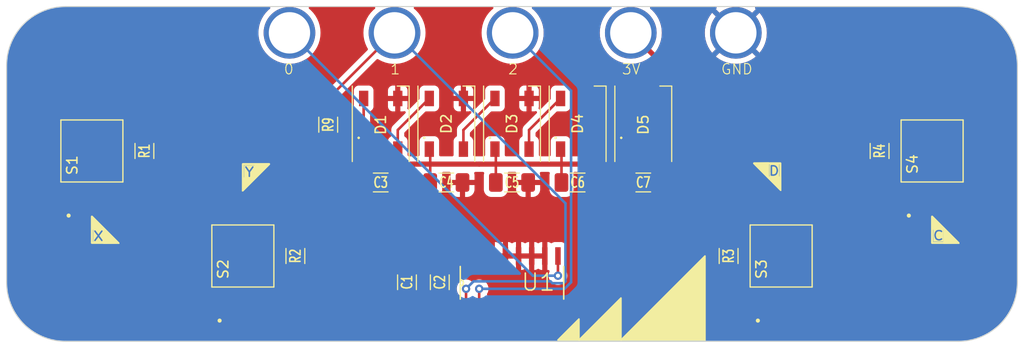
<source format=kicad_pcb>
(kicad_pcb (version 20221018) (generator pcbnew)
  (layers (0 "F.Cu" signal) (31 "B.Cu" signal) (34 "B.Paste" user) (35 "F.Paste" user) (36 "B.SilkS" user "B.Silkscreen") (37 "F.SilkS" user "F.Silkscreen") (38 "B.Mask" user) (39 "F.Mask" user) (44 "Edge.Cuts" user))
  (net 0 "")
  (net 1 "GND")
  (net 2 "+3V0")
  (net 3 "Net-(D1-DOUT)")
  (net 4 "Net-(D1-DIN)")
  (net 5 "Net-(D2-DOUT)")
  (net 6 "Net-(D3-DOUT)")
  (net 7 "Net-(D4-DOUT)")
  (net 8 "Net-(R1-Pad1)")
  (net 9 "Net-(R2-Pad1)")
  (net 10 "Net-(R3-Pad1)")
  (net 11 "Net-(R4-Pad1)")
  (net 12 "PL{slash}DATA")
  (net 13 "SER")
  (net 14 "CLK")
  (net 15 "BTN1")
  (net 17 "BTN2")
  (net 19 "BTN3")
  (net 21 "BTN4")
  (footprint "LED_SMD:LED_WS2812B_PLCC4_5.0x5.0mm_P3.2mm" (layer "F.Cu") (at 137.795 88.8122 90)
    (fp_text reference "D1" (at -0.09 0 90) (layer "F.SilkS"))
    (fp_text value "WS2812B" hide)
    (fp_text user "." (at -1.3578 -2.54 90) (layer "F.SilkS"))
    (fp_line (start -3.65 -2.75) (end 3.65 -2.75) (stroke (width 0.12)) (layer "F.SilkS"))
    (fp_line (start -3.65 2.75) (end 3.65 2.75) (stroke (width 0.12)) (layer "F.SilkS"))
    (fp_line (start 3.65 2.75) (end 3.65 1.6) (stroke (width 0.12)) (layer "F.SilkS"))
    (pad "1" smd rect (at -2.45 -1.65 90) (size 1.5 0.9) (layers "F.Cu" "F.Paste" "F.Mask") (net 2 "+3V0"))
    (pad "2" smd rect (at -2.45 1.65 90) (size 1.5 0.9) (layers "F.Cu" "F.Paste" "F.Mask") (net 3 "Net-(D1-DOUT)"))
    (pad "3" smd rect (at 2.45 1.65 90) (size 1.5 0.9) (layers "F.Cu" "F.Paste" "F.Mask") (net 1 "GND"))
    (pad "4" smd rect (at 2.45 -1.65 90) (size 1.5 0.9) (layers "F.Cu" "F.Paste" "F.Mask") (net 4 "Net-(D1-DIN)"))
  )
  (footprint "TS-1002S:SW_TS04-66-95-BK-100-SMT" (layer "F.Cu") (at 176.53 101.6 90)
    (fp_text reference "S3" (at -1.27 -1.905 90) (layer "F.SilkS"))
    (fp_text value "TS04-66-95-BK-100-SMT" hide)
    (fp_line (start -3 -3) (end -3 3) (stroke (width 0.127)) (layer "F.SilkS"))
    (fp_line (start -3 3) (end 3 3) (stroke (width 0.127)) (layer "F.SilkS"))
    (fp_line (start 3 -3) (end -3 -3) (stroke (width 0.127)) (layer "F.SilkS"))
    (fp_line (start 3 3) (end 3 -3) (stroke (width 0.127)) (layer "F.SilkS"))
    (fp_circle (center -6.25 -2.25) (end -6.15 -2.25) (stroke (width 0.2)) (fill none) (layer "F.SilkS"))
    (pad "1" smd rect (at -4.55 -2.25 90) (size 2.1 1.4) (layers "F.Cu" "F.Paste" "F.Mask"))
    (pad "2" smd rect (at -4.55 2.25 90) (size 2.1 1.4) (layers "F.Cu" "F.Paste" "F.Mask") (net 19 "BTN3"))
    (pad "3" smd rect (at 4.55 -2.25 90) (size 2.1 1.4) (layers "F.Cu" "F.Paste" "F.Mask") (net 2 "+3V0"))
    (pad "4" smd rect (at 4.55 2.25 90) (size 2.1 1.4) (layers "F.Cu" "F.Paste" "F.Mask") (net 10 "Net-(R3-Pad1)"))
  )
  (footprint "Capacitor_SMD:C_1206_3216Metric_Pad1.33x1.80mm_HandSolder" (layer "F.Cu") (at 156.845 94.488)
    (fp_text reference "C6" (at 0 0) (layer "F.SilkS") (effects (font (size 1 0.7))))
    (fp_text value "0.1uF")
    (fp_line (start -0.711252 -0.91) (end 0.711252 -0.91) (stroke (width 0.12)) (layer "F.SilkS"))
    (fp_line (start -0.711252 0.91) (end 0.711252 0.91) (stroke (width 0.12)) (layer "F.SilkS"))
    (pad "1" smd roundrect (at -1.5625 0) (size 1.325 1.8) (layers "F.Cu" "F.Paste" "F.Mask") (roundrect_rratio 0.188679) (net 2 "+3V0"))
    (pad "2" smd roundrect (at 1.5625 0) (size 1.325 1.8) (layers "F.Cu" "F.Paste" "F.Mask") (roundrect_rratio 0.188679) (net 1 "GND"))
  )
  (footprint "Resistor_SMD:R_1206_3216Metric_Pad1.30x1.75mm_HandSolder" (layer "F.Cu") (at 132.715 88.9 -90)
    (fp_text reference "R9" (at 0 0 90) (layer "F.SilkS") (effects (font (size 1 0.7))))
    (fp_text value "300Ω")
    (fp_line (start -0.727064 -0.91) (end 0.727064 -0.91) (stroke (width 0.12)) (layer "F.SilkS"))
    (fp_line (start -0.727064 0.91) (end 0.727064 0.91) (stroke (width 0.12)) (layer "F.SilkS"))
    (pad "1" smd roundrect (at -1.55 0 270) (size 1.3 1.75) (layers "F.Cu" "F.Paste" "F.Mask") (roundrect_rratio 0.192308) (net 12 "PL{slash}DATA"))
    (pad "2" smd roundrect (at 1.55 0 270) (size 1.3 1.75) (layers "F.Cu" "F.Paste" "F.Mask") (roundrect_rratio 0.192308) (net 4 "Net-(D1-DIN)"))
  )
  (footprint "TS-1002S:SW_TS04-66-95-BK-100-SMT" (layer "F.Cu") (at 191.135 91.44 90)
    (fp_text reference "S4" (at -1.27 -1.905 90) (layer "F.SilkS"))
    (fp_text value "TS04-66-95-BK-100-SMT" hide)
    (fp_line (start -3 -3) (end -3 3) (stroke (width 0.127)) (layer "F.SilkS"))
    (fp_line (start -3 3) (end 3 3) (stroke (width 0.127)) (layer "F.SilkS"))
    (fp_line (start 3 -3) (end -3 -3) (stroke (width 0.127)) (layer "F.SilkS"))
    (fp_line (start 3 3) (end 3 -3) (stroke (width 0.127)) (layer "F.SilkS"))
    (fp_circle (center -6.25 -2.25) (end -6.15 -2.25) (stroke (width 0.2)) (fill none) (layer "F.SilkS"))
    (pad "1" smd rect (at -4.55 -2.25 90) (size 2.1 1.4) (layers "F.Cu" "F.Paste" "F.Mask"))
    (pad "2" smd rect (at -4.55 2.25 90) (size 2.1 1.4) (layers "F.Cu" "F.Paste" "F.Mask") (net 21 "BTN4"))
    (pad "3" smd rect (at 4.55 -2.25 90) (size 2.1 1.4) (layers "F.Cu" "F.Paste" "F.Mask") (net 2 "+3V0"))
    (pad "4" smd rect (at 4.55 2.25 90) (size 2.1 1.4) (layers "F.Cu" "F.Paste" "F.Mask") (net 11 "Net-(R4-Pad1)"))
  )
  (footprint "TS-1002S:SW_TS04-66-95-BK-100-SMT" (layer "F.Cu") (at 109.855 91.44 90)
    (fp_text reference "S1" (at -1.375 -1.905 90) (layer "F.SilkS"))
    (fp_text value "TS04-66-95-BK-100-SMT" hide)
    (fp_line (start -3 -3) (end -3 3) (stroke (width 0.127)) (layer "F.SilkS"))
    (fp_line (start -3 3) (end 3 3) (stroke (width 0.127)) (layer "F.SilkS"))
    (fp_line (start 3 -3) (end -3 -3) (stroke (width 0.127)) (layer "F.SilkS"))
    (fp_line (start 3 3) (end 3 -3) (stroke (width 0.127)) (layer "F.SilkS"))
    (fp_circle (center -6.25 -2.25) (end -6.15 -2.25) (stroke (width 0.2)) (fill none) (layer "F.SilkS"))
    (pad "1" smd rect (at -4.55 -2.25 90) (size 2.1 1.4) (layers "F.Cu" "F.Paste" "F.Mask"))
    (pad "2" smd rect (at -4.55 2.25 90) (size 2.1 1.4) (layers "F.Cu" "F.Paste" "F.Mask") (net 15 "BTN1"))
    (pad "3" smd rect (at 4.55 -2.25 90) (size 2.1 1.4) (layers "F.Cu" "F.Paste" "F.Mask") (net 2 "+3V0"))
    (pad "4" smd rect (at 4.55 2.25 90) (size 2.1 1.4) (layers "F.Cu" "F.Paste" "F.Mask") (net 8 "Net-(R1-Pad1)"))
  )
  (footprint "LED_SMD:LED_WS2812B_PLCC4_5.0x5.0mm_P3.2mm" (layer "F.Cu") (at 163.195 88.81 90)
    (fp_text reference "D5" (at -0.09 0 90) (layer "F.SilkS"))
    (fp_text value "WS2812B" hide)
    (fp_text user "." (at -1.36 -2.54 90) (layer "F.SilkS"))
    (fp_line (start -3.65 -2.75) (end 3.65 -2.75) (stroke (width 0.12)) (layer "F.SilkS"))
    (fp_line (start -3.65 2.75) (end 3.65 2.75) (stroke (width 0.12)) (layer "F.SilkS"))
    (fp_line (start 3.65 2.75) (end 3.65 1.6) (stroke (width 0.12)) (layer "F.SilkS"))
    (pad "1" smd rect (at -2.45 -1.65 90) (size 1.5 0.9) (layers "F.Cu" "F.Paste" "F.Mask") (net 2 "+3V0"))
    (pad "2" smd rect (at -2.45 1.65 90) (size 1.5 0.9) (layers "F.Cu" "F.Paste" "F.Mask"))
    (pad "3" smd rect (at 2.45 1.65 90) (size 1.5 0.9) (layers "F.Cu" "F.Paste" "F.Mask") (net 1 "GND"))
    (pad "4" smd rect (at 2.45 -1.65 90) (size 1.5 0.9) (layers "F.Cu" "F.Paste" "F.Mask") (net 7 "Net-(D4-DOUT)"))
  )
  (footprint "Capacitor_SMD:C_1206_3216Metric_Pad1.33x1.80mm_HandSolder" (layer "F.Cu") (at 150.495 94.488)
    (fp_text reference "C5" (at 0 0) (layer "F.SilkS") (effects (font (size 1 0.7))))
    (fp_text value "0.1uF")
    (fp_line (start -0.711252 -0.91) (end 0.711252 -0.91) (stroke (width 0.12)) (layer "F.SilkS"))
    (fp_line (start -0.711252 0.91) (end 0.711252 0.91) (stroke (width 0.12)) (layer "F.SilkS"))
    (pad "1" smd roundrect (at -1.5625 0) (size 1.325 1.8) (layers "F.Cu" "F.Paste" "F.Mask") (roundrect_rratio 0.188679) (net 2 "+3V0"))
    (pad "2" smd roundrect (at 1.5625 0) (size 1.325 1.8) (layers "F.Cu" "F.Paste" "F.Mask") (roundrect_rratio 0.188679) (net 1 "GND"))
  )
  (footprint "Capacitor_SMD:C_1206_3216Metric_Pad1.33x1.80mm_HandSolder" (layer "F.Cu") (at 143.51 104.14 90)
    (fp_text reference "C2" (at 0 0 90) (layer "F.SilkS") (effects (font (size 1 0.7))))
    (fp_text value "1uF")
    (fp_line (start -0.711252 -0.91) (end 0.711252 -0.91) (stroke (width 0.12)) (layer "F.SilkS"))
    (fp_line (start -0.711252 0.91) (end 0.711252 0.91) (stroke (width 0.12)) (layer "F.SilkS"))
    (pad "1" smd roundrect (at -1.5625 0 90) (size 1.325 1.8) (layers "F.Cu" "F.Paste" "F.Mask") (roundrect_rratio 0.188679) (net 1 "GND"))
    (pad "2" smd roundrect (at 1.5625 0 90) (size 1.325 1.8) (layers "F.Cu" "F.Paste" "F.Mask") (roundrect_rratio 0.188679) (net 2 "+3V0"))
  )
  (footprint "74HC165:SOIC127P600X175-16N" (layer "F.Cu") (at 150.495 104.1908 90)
    (fp_text reference "U1" (at 0.0508 2.54 180) (layer "F.SilkS") (effects (font (size 1.640386 1.640386))))
    (fp_text value "74HC165D_653" hide)
    (fp_line (start -1.5748 5.0038) (end 1.5748 5.0038) (stroke (width 0.1524)) (layer "F.SilkS"))
    (fp_line (start -0.3048 -5.0038) (end -1.5748 -5.0038) (stroke (width 0.1524)) (layer "F.SilkS"))
    (fp_line (start 0.3048 -5.0038) (end -0.3048 -5.0038) (stroke (width 0.1524)) (layer "F.SilkS"))
    (fp_line (start 1.5748 -5.0038) (end 0.3048 -5.0038) (stroke (width 0.1524)) (layer "F.SilkS"))
    (fp_arc (start 0.3048 -5.0038) (mid 0 -4.699) (end -0.3048 -5.0038) (stroke (width 0.1524)) (layer "F.SilkS"))
    (pad "1" smd rect (at -2.5908 -4.445 90) (size 1.7018 0.5334) (layers "F.Cu" "F.Paste" "F.Mask") (net 12 "PL{slash}DATA"))
    (pad "2" smd rect (at -2.5908 -3.175 90) (size 1.7018 0.5334) (layers "F.Cu" "F.Paste" "F.Mask") (net 14 "CLK"))
    (pad "3" smd rect (at -2.5908 -1.905 90) (size 1.7018 0.5334) (layers "F.Cu" "F.Paste" "F.Mask") (net 15 "BTN1"))
    (pad "4" smd rect (at -2.5908 -0.635 90) (size 1.7018 0.5334) (layers "F.Cu" "F.Paste" "F.Mask") (net 17 "BTN2"))
    (pad "5" smd rect (at -2.5908 0.635 90) (size 1.7018 0.5334) (layers "F.Cu" "F.Paste" "F.Mask") (net 19 "BTN3"))
    (pad "6" smd rect (at -2.5908 1.905 90) (size 1.7018 0.5334) (layers "F.Cu" "F.Paste" "F.Mask") (net 21 "BTN4"))
    (pad "7" smd rect (at -2.5908 3.175 90) (size 1.7018 0.5334) (layers "F.Cu" "F.Paste" "F.Mask"))
    (pad "8" smd rect (at -2.5908 4.445 90) (size 1.7018 0.5334) (layers "F.Cu" "F.Paste" "F.Mask") (net 1 "GND"))
    (pad "9" smd rect (at 2.5908 4.445 90) (size 1.7018 0.5334) (layers "F.Cu" "F.Paste" "F.Mask") (net 13 "SER"))
    (pad "10" smd rect (at 2.5908 3.175 90) (size 1.7018 0.5334) (layers "F.Cu" "F.Paste" "F.Mask") (net 1 "GND"))
    (pad "11" smd rect (at 2.5908 1.905 90) (size 1.7018 0.5334) (layers "F.Cu" "F.Paste" "F.Mask") (net 1 "GND"))
    (pad "12" smd rect (at 2.5908 0.635 90) (size 1.7018 0.5334) (layers "F.Cu" "F.Paste" "F.Mask") (net 1 "GND"))
    (pad "13" smd rect (at 2.5908 -0.635 90) (size 1.7018 0.5334) (layers "F.Cu" "F.Paste" "F.Mask") (net 1 "GND"))
    (pad "14" smd rect (at 2.5908 -1.905 90) (size 1.7018 0.5334) (layers "F.Cu" "F.Paste" "F.Mask") (net 1 "GND"))
    (pad "15" smd rect (at 2.5908 -3.175 90) (size 1.7018 0.5334) (layers "F.Cu" "F.Paste" "F.Mask") (net 1 "GND"))
    (pad "16" smd rect (at 2.5908 -4.445 90) (size 1.7018 0.5334) (layers "F.Cu" "F.Paste" "F.Mask") (net 2 "+3V0"))
  )
  (footprint "Resistor_SMD:R_1206_3216Metric_Pad1.30x1.75mm_HandSolder" (layer "F.Cu") (at 171.45 101.6 90)
    (fp_text reference "R3" (at 0 0 90) (layer "F.SilkS") (effects (font (size 1 0.7))))
    (fp_text value "100k")
    (fp_line (start -0.727064 -0.91) (end 0.727064 -0.91) (stroke (width 0.12)) (layer "F.SilkS"))
    (fp_line (start -0.727064 0.91) (end 0.727064 0.91) (stroke (width 0.12)) (layer "F.SilkS"))
    (pad "1" smd roundrect (at -1.55 0 90) (size 1.3 1.75) (layers "F.Cu" "F.Paste" "F.Mask") (roundrect_rratio 0.192308) (net 10 "Net-(R3-Pad1)"))
    (pad "2" smd roundrect (at 1.55 0 90) (size 1.3 1.75) (layers "F.Cu" "F.Paste" "F.Mask") (roundrect_rratio 0.192308) (net 1 "GND"))
  )
  (footprint "LED_SMD:LED_WS2812B_PLCC4_5.0x5.0mm_P3.2mm" (layer "F.Cu") (at 144.145 88.81 90)
    (fp_text reference "D2" (at 0 0 90) (layer "F.SilkS"))
    (fp_text value "WS2812B" hide)
    (fp_text user "." (at -1.36 -2.54 90) (layer "F.SilkS"))
    (fp_line (start -3.65 -2.75) (end 3.65 -2.75) (stroke (width 0.12)) (layer "F.SilkS"))
    (fp_line (start -3.65 2.75) (end 3.65 2.75) (stroke (width 0.12)) (layer "F.SilkS"))
    (fp_line (start 3.65 2.75) (end 3.65 1.6) (stroke (width 0.12)) (layer "F.SilkS"))
    (pad "1" smd rect (at -2.45 -1.65 90) (size 1.5 0.9) (layers "F.Cu" "F.Paste" "F.Mask") (net 2 "+3V0"))
    (pad "2" smd rect (at -2.45 1.65 90) (size 1.5 0.9) (layers "F.Cu" "F.Paste" "F.Mask") (net 5 "Net-(D2-DOUT)"))
    (pad "3" smd rect (at 2.45 1.65 90) (size 1.5 0.9) (layers "F.Cu" "F.Paste" "F.Mask") (net 1 "GND"))
    (pad "4" smd rect (at 2.45 -1.65 90) (size 1.5 0.9) (layers "F.Cu" "F.Paste" "F.Mask") (net 3 "Net-(D1-DOUT)"))
  )
  (footprint "Resistor_SMD:R_1206_3216Metric_Pad1.30x1.75mm_HandSolder" (layer "F.Cu") (at 186.055 91.44 90)
    (fp_text reference "R4" (at 0 0 90) (layer "F.SilkS") (effects (font (size 1 0.7))))
    (fp_text value "100k")
    (fp_line (start -0.727064 -0.91) (end 0.727064 -0.91) (stroke (width 0.12)) (layer "F.SilkS"))
    (fp_line (start -0.727064 0.91) (end 0.727064 0.91) (stroke (width 0.12)) (layer "F.SilkS"))
    (pad "1" smd roundrect (at -1.55 0 90) (size 1.3 1.75) (layers "F.Cu" "F.Paste" "F.Mask") (roundrect_rratio 0.192308) (net 11 "Net-(R4-Pad1)"))
    (pad "2" smd roundrect (at 1.55 0 90) (size 1.3 1.75) (layers "F.Cu" "F.Paste" "F.Mask") (roundrect_rratio 0.192308) (net 1 "GND"))
  )
  (footprint "Capacitor_SMD:C_1206_3216Metric_Pad1.33x1.80mm_HandSolder" (layer "F.Cu") (at 137.795 94.488)
    (fp_text reference "C3" (at 0 0) (layer "F.SilkS") (effects (font (size 1 0.7))))
    (fp_text value "0.1uF")
    (fp_line (start -0.711252 -0.91) (end 0.711252 -0.91) (stroke (width 0.12)) (layer "F.SilkS"))
    (fp_line (start -0.711252 0.91) (end 0.711252 0.91) (stroke (width 0.12)) (layer "F.SilkS"))
    (pad "1" smd roundrect (at -1.5625 0) (size 1.325 1.8) (layers "F.Cu" "F.Paste" "F.Mask") (roundrect_rratio 0.188679) (net 2 "+3V0"))
    (pad "2" smd roundrect (at 1.5625 0) (size 1.325 1.8) (layers "F.Cu" "F.Paste" "F.Mask") (roundrect_rratio 0.188679) (net 1 "GND"))
  )
  (footprint "Resistor_SMD:R_1206_3216Metric_Pad1.30x1.75mm_HandSolder" (layer "F.Cu") (at 114.935 91.44 90)
    (fp_text reference "R1" (at 0 0 90) (layer "F.SilkS") (effects (font (size 1 0.7))))
    (fp_text value "100k")
    (fp_line (start -0.727064 -0.91) (end 0.727064 -0.91) (stroke (width 0.12)) (layer "F.SilkS"))
    (fp_line (start -0.727064 0.91) (end 0.727064 0.91) (stroke (width 0.12)) (layer "F.SilkS"))
    (pad "1" smd roundrect (at -1.55 0 90) (size 1.3 1.75) (layers "F.Cu" "F.Paste" "F.Mask") (roundrect_rratio 0.192308) (net 8 "Net-(R1-Pad1)"))
    (pad "2" smd roundrect (at 1.55 0 90) (size 1.3 1.75) (layers "F.Cu" "F.Paste" "F.Mask") (roundrect_rratio 0.192308) (net 1 "GND"))
  )
  (footprint "Capacitor_SMD:C_1206_3216Metric_Pad1.33x1.80mm_HandSolder" (layer "F.Cu") (at 163.195 94.488)
    (fp_text reference "C7" (at 0 0) (layer "F.SilkS") (effects (font (size 1 0.7))))
    (fp_text value "0.1uF")
    (fp_line (start -0.711252 -0.91) (end 0.711252 -0.91) (stroke (width 0.12)) (layer "F.SilkS"))
    (fp_line (start -0.711252 0.91) (end 0.711252 0.91) (stroke (width 0.12)) (layer "F.SilkS"))
    (pad "1" smd roundrect (at -1.5625 0) (size 1.325 1.8) (layers "F.Cu" "F.Paste" "F.Mask") (roundrect_rratio 0.188679) (net 2 "+3V0"))
    (pad "2" smd roundrect (at 1.5625 0) (size 1.325 1.8) (layers "F.Cu" "F.Paste" "F.Mask") (roundrect_rratio 0.188679) (net 1 "GND"))
  )
  (footprint "LED_SMD:LED_WS2812B_PLCC4_5.0x5.0mm_P3.2mm" (layer "F.Cu") (at 150.495 88.81 90)
    (fp_text reference "D3" (at 0 0 90) (layer "F.SilkS"))
    (fp_text value "WS2812B" hide)
    (fp_text user "." (at -1.36 -2.54 90) (layer "F.SilkS"))
    (fp_line (start -3.65 -2.75) (end 3.65 -2.75) (stroke (width 0.12)) (layer "F.SilkS"))
    (fp_line (start -3.65 2.75) (end 3.65 2.75) (stroke (width 0.12)) (layer "F.SilkS"))
    (fp_line (start 3.65 2.75) (end 3.65 1.6) (stroke (width 0.12)) (layer "F.SilkS"))
    (pad "1" smd rect (at -2.45 -1.65 90) (size 1.5 0.9) (layers "F.Cu" "F.Paste" "F.Mask") (net 2 "+3V0"))
    (pad "2" smd rect (at -2.45 1.65 90) (size 1.5 0.9) (layers "F.Cu" "F.Paste" "F.Mask") (net 6 "Net-(D3-DOUT)"))
    (pad "3" smd rect (at 2.45 1.65 90) (size 1.5 0.9) (layers "F.Cu" "F.Paste" "F.Mask") (net 1 "GND"))
    (pad "4" smd rect (at 2.45 -1.65 90) (size 1.5 0.9) (layers "F.Cu" "F.Paste" "F.Mask") (net 5 "Net-(D2-DOUT)"))
  )
  (footprint "LED_SMD:LED_WS2812B_PLCC4_5.0x5.0mm_P3.2mm" (layer "F.Cu") (at 156.845 88.81 90)
    (fp_text reference "D4" (at 0 0 90) (layer "F.SilkS"))
    (fp_text value "WS2812B" hide)
    (fp_text user "." (at -1.36 -2.54 90) (layer "F.SilkS"))
    (fp_line (start -3.65 -2.75) (end 3.65 -2.75) (stroke (width 0.12)) (layer "F.SilkS"))
    (fp_line (start -3.65 2.75) (end 3.65 2.75) (stroke (width 0.12)) (layer "F.SilkS"))
    (fp_line (start 3.65 2.75) (end 3.65 1.6) (stroke (width 0.12)) (layer "F.SilkS"))
    (pad "1" smd rect (at -2.45 -1.65 90) (size 1.5 0.9) (layers "F.Cu" "F.Paste" "F.Mask") (net 2 "+3V0"))
    (pad "2" smd rect (at -2.45 1.65 90) (size 1.5 0.9) (layers "F.Cu" "F.Paste" "F.Mask") (net 7 "Net-(D4-DOUT)"))
    (pad "3" smd rect (at 2.45 1.65 90) (size 1.5 0.9) (layers "F.Cu" "F.Paste" "F.Mask") (net 1 "GND"))
    (pad "4" smd rect (at 2.45 -1.65 90) (size 1.5 0.9) (layers "F.Cu" "F.Paste" "F.Mask") (net 6 "Net-(D3-DOUT)"))
  )
  (footprint "Capacitor_SMD:C_1206_3216Metric_Pad1.33x1.80mm_HandSolder" (layer "F.Cu") (at 144.145 94.488)
    (fp_text reference "C4" (at 0 0) (layer "F.SilkS") (effects (font (size 1 0.7))))
    (fp_text value "0.1uF")
    (fp_line (start -0.711252 -0.91) (end 0.711252 -0.91) (stroke (width 0.12)) (layer "F.SilkS"))
    (fp_line (start -0.711252 0.91) (end 0.711252 0.91) (stroke (width 0.12)) (layer "F.SilkS"))
    (pad "1" smd roundrect (at -1.5625 0) (size 1.325 1.8) (layers "F.Cu" "F.Paste" "F.Mask") (roundrect_rratio 0.188679) (net 2 "+3V0"))
    (pad "2" smd roundrect (at 1.5625 0) (size 1.325 1.8) (layers "F.Cu" "F.Paste" "F.Mask") (roundrect_rratio 0.188679) (net 1 "GND"))
  )
  (footprint "Connector_Microbit_Edge:Edge_Connector_Rings" (layer "F.Cu") (at 150.5575 80.01)
    (fp_text reference "REF1" hide)
    (fp_text value "~" hide)
    (fp_text user "2" (at -0.5 4.1 unlocked) (layer "F.SilkS") (effects (font (thickness 0.1)) (justify left bottom)))
    (fp_text user "3V" (at 10.5 4.1 unlocked) (layer "F.SilkS") (effects (font (thickness 0.1)) (justify left bottom)))
    (fp_text user "0" (at -22.2 4.1 unlocked) (layer "F.SilkS") (effects (font (thickness 0.1)) (justify left bottom)))
    (fp_text user "1" (at -11.9 4.1 unlocked) (layer "F.SilkS") (effects (font (thickness 0.1)) (justify left bottom)))
    (fp_text user "GND" (at 20.1 4.1 unlocked) (layer "F.SilkS") (effects (font (thickness 0.1)) (justify left bottom)))
    (pad "1" thru_hole circle (at -21.59 0) (size 5 5) (drill 4) (layers "*.Cu" "*.Mask") (net 13 "SER"))
    (pad "2" thru_hole circle (at -11.43 0) (size 5 5) (drill 4) (layers "*.Cu" "*.Mask") (net 12 "PL{slash}DATA"))
    (pad "3" thru_hole circle (at 0 0) (size 5 5) (drill 4) (layers "*.Cu" "*.Mask") (net 14 "CLK"))
    (pad "4" thru_hole circle (at 11.43 0) (size 5 5) (drill 4) (layers "*.Cu" "*.Mask") (net 2 "+3V0"))
    (pad "5" thru_hole circle (at 21.59 0) (size 5 5) (drill 4) (layers "*.Cu" "*.Mask") (net 1 "GND"))
  )
  (footprint "Capacitor_SMD:C_1206_3216Metric_Pad1.33x1.80mm_HandSolder" (layer "F.Cu") (at 140.335 104.14 90)
    (fp_text reference "C1" (at 0 0 90) (layer "F.SilkS") (effects (font (size 1 0.7))))
    (fp_text value "0.1uF")
    (fp_line (start -0.711252 -0.91) (end 0.711252 -0.91) (stroke (width 0.12)) (layer "F.SilkS"))
    (fp_line (start -0.711252 0.91) (end 0.711252 0.91) (stroke (width 0.12)) (layer "F.SilkS"))
    (pad "1" smd roundrect (at -1.5625 0 90) (size 1.325 1.8) (layers "F.Cu" "F.Paste" "F.Mask") (roundrect_rratio 0.188679) (net 1 "GND"))
    (pad "2" smd roundrect (at 1.5625 0 90) (size 1.325 1.8) (layers "F.Cu" "F.Paste" "F.Mask") (roundrect_rratio 0.188679) (net 2 "+3V0"))
  )
  (footprint "Resistor_SMD:R_1206_3216Metric_Pad1.30x1.75mm_HandSolder" (layer "F.Cu") (at 129.54 101.6 90)
    (fp_text reference "R2" (at 0 0 90) (layer "F.SilkS") (effects (font (size 1 0.7))))
    (fp_text value "100k")
    (fp_line (start -0.727064 -0.91) (end 0.727064 -0.91) (stroke (width 0.12)) (layer "F.SilkS"))
    (fp_line (start -0.727064 0.91) (end 0.727064 0.91) (stroke (width 0.12)) (layer "F.SilkS"))
    (pad "1" smd roundrect (at -1.55 0 90) (size 1.3 1.75) (layers "F.Cu" "F.Paste" "F.Mask") (roundrect_rratio 0.192308) (net 9 "Net-(R2-Pad1)"))
    (pad "2" smd roundrect (at 1.55 0 90) (size 1.3 1.75) (layers "F.Cu" "F.Paste" "F.Mask") (roundrect_rratio 0.192308) (net 1 "GND"))
  )
  (footprint "TS-1002S:SW_TS04-66-95-BK-100-SMT" (layer "F.Cu") (at 124.46 101.6 90)
    (fp_text reference "S2" (at -1.27 -1.905 90) (layer "F.SilkS"))
    (fp_text value "TS04-66-95-BK-100-SMT" hide)
    (fp_line (start -3 -3) (end -3 3) (stroke (width 0.127)) (layer "F.SilkS"))
    (fp_line (start -3 3) (end 3 3) (stroke (width 0.127)) (layer "F.SilkS"))
    (fp_line (start 3 -3) (end -3 -3) (stroke (width 0.127)) (layer "F.SilkS"))
    (fp_line (start 3 3) (end 3 -3) (stroke (width 0.127)) (layer "F.SilkS"))
    (fp_circle (center -6.25 -2.25) (end -6.15 -2.25) (stroke (width 0.2)) (fill none) (layer "F.SilkS"))
    (pad "1" smd rect (at -4.55 -2.25 90) (size 2.1 1.4) (layers "F.Cu" "F.Paste" "F.Mask"))
    (pad "2" smd rect (at -4.55 2.25 90) (size 2.1 1.4) (layers "F.Cu" "F.Paste" "F.Mask") (net 17 "BTN2"))
    (pad "3" smd rect (at 4.55 -2.25 90) (size 2.1 1.4) (layers "F.Cu" "F.Paste" "F.Mask") (net 2 "+3V0"))
    (pad "4" smd rect (at 4.55 2.25 90) (size 2.1 1.4) (layers "F.Cu" "F.Paste" "F.Mask") (net 9 "Net-(R2-Pad1)"))
  )
  (gr_poly (pts (xy 127 92.71) (xy 124.46 92.71) (xy 124.46 95.25)) (stroke (width 0.2)) (fill none) (layer "F.SilkS"))
  (gr_poly (pts (xy 192.278 100.355396) (xy 192.278 98.932996) (xy 193.675 100.329996)) (stroke (width 0.15)) (fill solid) (layer "F.SilkS"))
  (gr_poly (pts (xy 156.972 109.728) (xy 161.036 109.728) (xy 161.036 105.664)) (stroke (width 0.15)) (fill solid) (layer "F.SilkS"))
  (gr_poly (pts (xy 154.94 109.728) (xy 156.972 109.728) (xy 156.972 107.696)) (stroke (width 0.15)) (fill solid) (layer "F.SilkS"))
  (gr_poly (pts (xy 110.998 100.3554) (xy 110.998 98.933) (xy 112.395 100.33)) (stroke (width 0.15)) (fill solid) (layer "F.SilkS"))
  (gr_poly (pts (xy 109.855 97.79) (xy 109.855 100.33) (xy 112.395 100.33)) (stroke (width 0.2)) (fill none) (layer "F.SilkS"))
  (gr_poly (pts (xy 127 92.71) (xy 125.6562 92.74) (xy 125.6562 93.9338)) (stroke (width 0.15)) (fill solid) (layer "F.SilkS"))
  (gr_poly (pts (xy 124.45 94.07) (xy 125.63 94.06) (xy 124.46 95.25)) (stroke (width 0.15)) (fill solid) (layer "F.SilkS"))
  (gr_poly (pts (xy 109.855 97.79) (xy 109.855 98.9838) (xy 111.0488 98.9838)) (stroke (width 0.15)) (fill solid) (layer "F.SilkS"))
  (gr_poly (pts (xy 191.135 97.789996) (xy 191.135 98.983796) (xy 192.3288 98.983796)) (stroke (width 0.15)) (fill solid) (layer "F.SilkS"))
  (gr_poly (pts (xy 176.4538 95.1738) (xy 176.4538 93.98) (xy 175.26 93.98)) (stroke (width 0.15)) (fill solid) (layer "F.SilkS"))
  (gr_poly (pts (xy 175.3108 92.6084) (xy 175.3108 94.0308) (xy 173.9138 92.6338)) (stroke (width 0.15)) (fill solid) (layer "F.SilkS"))
  (gr_poly (pts (xy 191.135 97.789996) (xy 191.135 100.329996) (xy 193.675 100.329996)) (stroke (width 0.2)) (fill none) (layer "F.SilkS"))
  (gr_poly (pts (xy 176.4538 95.1738) (xy 176.4538 92.6338) (xy 173.9138 92.6338)) (stroke (width 0.2)) (fill none) (layer "F.SilkS"))
  (gr_poly (pts (xy 161.036 109.728) (xy 169.164 109.728) (xy 169.164 101.6)) (stroke (width 0.15)) (fill solid) (layer "F.SilkS"))
  (gr_arc (start 193.675 77.47) (mid 197.716115 79.143885) (end 199.39 83.185) (stroke (width 0.1)) (layer "Edge.Cuts"))
  (gr_line (start 193.675 77.47) (end 107.315 77.47) (stroke (width 0.1)) (layer "Edge.Cuts"))
  (gr_arc (start 101.6 83.185) (mid 103.273885 79.143885) (end 107.315 77.47) (stroke (width 0.1)) (layer "Edge.Cuts"))
  (gr_arc (start 107.315 109.855) (mid 103.273885 108.181115) (end 101.6 104.14) (stroke (width 0.1)) (layer "Edge.Cuts"))
  (gr_line (start 199.39 104.14) (end 199.39 83.185) (stroke (width 0.1)) (layer "Edge.Cuts"))
  (gr_arc (start 199.39 104.14) (mid 197.716115 108.181115) (end 193.675 109.855) (stroke (width 0.1)) (layer "Edge.Cuts"))
  (gr_line (start 107.315 109.855) (end 193.675 109.855) (stroke (width 0.1)) (layer "Edge.Cuts"))
  (gr_line (start 101.6 83.185) (end 101.6 104.14) (stroke (width 0.1)) (layer "Edge.Cuts"))
  (gr_text "C" (at 191.135 100.152196) (layer "F.SilkS" knockout) (effects (font (size 0.9 1)) (justify left bottom)))
  (gr_text "X" (at 111.0588 99.0738 180) (layer "F.SilkS" knockout) (effects (font (size 0.9 1)) (justify left bottom)))
  (gr_text "D" (at 175.25 93.89) (layer "F.SilkS" knockout) (effects (font (size 0.9 1)) (justify left bottom)))
  (gr_text "Y" (at 124.56 94.01) (layer "F.SilkS" knockout) (effects (font (size 0.9 1)) (justify left bottom)))
  (segment (start 143.51 105.7025) (end 143.6068 105.6057) (width 0.25) (layer "F.Cu") (net 1))
  (segment (start 140.97 95.885) (end 146.05 100.965) (width 0.25) (layer "F.Cu") (net 2))
  (segment (start 166.37 92.71) (end 167.005 92.075) (width 0.5) (layer "F.Cu") (net 2))
  (segment (start 140.97 92.71) (end 140.97 95.885) (width 0.25) (layer "F.Cu") (net 2))
  (segment (start 155.2825 94.488) (end 155.2825 92.71) (width 0.25) (layer "F.Cu") (net 2))
  (segment (start 161.6325 92.71) (end 161.6325 91.3475) (width 0.25) (layer "F.Cu") (net 2))
  (segment (start 145.0725 102.5775) (end 146.05 101.6) (width 0.25) (layer "F.Cu") (net 2))
  (segment (start 148.9325 92.71) (end 155.2825 92.71) (width 0.5) (layer "F.Cu") (net 2))
  (segment (start 148.9325 94.488) (end 148.9325 92.71) (width 0.25) (layer "F.Cu") (net 2))
  (segment (start 148.9325 91.3475) (end 148.845 91.26) (width 0.25) (layer "F.Cu") (net 2))
  (segment (start 155.2825 92.71) (end 161.6325 92.71) (width 0.5) (layer "F.Cu") (net 2))
  (segment (start 155.2825 91.3475) (end 155.195 91.26) (width 0.25) (layer "F.Cu") (net 2))
  (segment (start 118.24 84.4) (end 110.095 84.4) (width 0.25) (layer "F.Cu") (net 2))
  (segment (start 126.55 92.71) (end 122.21 97.05) (width 0.25) (layer "F.Cu") (net 2))
  (segment (start 169.94 92.71) (end 167.64 92.71) (width 0.25) (layer "F.Cu") (net 2))
  (segment (start 136.2325 92.71) (end 140.97 92.71) (width 0.5) (layer "F.Cu") (net 2))
  (segment (start 142.5825 91.3475) (end 142.495 91.26) (width 0.25) (layer "F.Cu") (net 2))
  (segment (start 169.94 92.71) (end 178.25 84.4) (width 0.25) (layer "F.Cu") (net 2))
  (segment (start 146.05 100.965) (end 146.05 101.6) (width 0.25) (layer "F.Cu") (net 2))
  (segment (start 136.2325 92.71) (end 136.2325 91.3497) (width 0.25) (layer "F.Cu") (net 2))
  (segment (start 142.5825 94.488) (end 142.5825 92.71) (width 0.25) (layer "F.Cu") (net 2))
  (segment (start 140.335 102.5775) (end 145.0725 102.5775) (width 0.25) (layer "F.Cu") (net 2))
  (segment (start 147.32 92.71) (end 148.9325 92.71) (width 0.5) (layer "F.Cu") (net 2))
  (segment (start 136.2325 94.488) (end 136.2325 92.71) (width 0.25) (layer "F.Cu") (net 2))
  (segment (start 167.005 92.075) (end 167.005 84.9825) (width 0.5) (layer "F.Cu") (net 2))
  (segment (start 142.5825 92.71) (end 147.32 92.71) (width 0.5) (layer "F.Cu") (net 2))
  (segment (start 142.5825 92.71) (end 142.5825 91.3475) (width 0.25) (layer "F.Cu") (net 2))
  (segment (start 136.2325 91.3497) (end 136.145 91.2622) (width 0.25) (layer "F.Cu") (net 2))
  (segment (start 155.2825 92.71) (end 155.2825 91.3475) (width 0.25) (layer "F.Cu") (net 2))
  (segment (start 110.095 84.4) (end 107.605 86.89) (width 0.25) (layer "F.Cu") (net 2))
  (segment (start 148.9325 92.71) (end 148.9325 91.3475) (width 0.25) (layer "F.Cu") (net 2))
  (segment (start 140.97 92.71) (end 142.5825 92.71) (width 0.5) (layer "F.Cu") (net 2))
  (segment (start 167.005 84.9825) (end 161.9875 79.965) (width 0.5) (layer "F.Cu") (net 2))
  (segment (start 167.64 92.71) (end 167.005 92.075) (width 0.25) (layer "F.Cu") (net 2))
  (segment (start 161.6325 94.488) (end 161.6325 92.71) (width 0.25) (layer "F.Cu") (net 2))
  (segment (start 178.25 84.4) (end 186.395 84.4) (width 0.25) (layer "F.Cu") (net 2))
  (segment (start 143.51 102.5775) (end 145.0725 102.5775) (width 0.25) (layer "F.Cu") (net 2))
  (segment (start 136.2325 92.71) (end 126.55 92.71) (width 0.25) (layer "F.Cu") (net 2))
  (segment (start 161.6325 91.3475) (end 161.545 91.26) (width 0.25) (layer "F.Cu") (net 2))
  (segment (start 169.94 92.71) (end 174.28 97.05) (width 0.25) (layer "F.Cu") (net 2))
  (segment (start 126.55 92.71) (end 118.24 84.4) (width 0.25) (layer "F.Cu") (net 2))
  (segment (start 161.6325 92.71) (end 166.37 92.71) (width 0.5) (layer "F.Cu") (net 2))
  (segment (start 186.395 84.4) (end 188.885 86.89) (width 0.25) (layer "F.Cu") (net 2))
  (segment (start 139.445 91.2622) (end 139.445 89.41) (width 0.25) (layer "F.Cu") (net 3))
  (segment (start 139.445 89.41) (end 142.495 86.36) (width 0.25) (layer "F.Cu") (net 3))
  (segment (start 136.145 88.645) (end 136.145 86.3622) (width 0.25) (layer "F.Cu") (net 4))
  (segment (start 132.715 90.45) (end 134.34 90.45) (width 0.25) (layer "F.Cu") (net 4))
  (segment (start 132.715 90.45) (end 133.07 90.45) (width 0.25) (layer "F.Cu") (net 4))
  (segment (start 134.34 90.45) (end 136.145 88.645) (width 0.25) (layer "F.Cu") (net 4))
  (segment (start 145.795 91.26) (end 145.795 89.41) (width 0.25) (layer "F.Cu") (net 5))
  (segment (start 145.795 89.41) (end 148.845 86.36) (width 0.25) (layer "F.Cu") (net 5))
  (segment (start 152.145 91.26) (end 152.145 89.41) (width 0.25) (layer "F.Cu") (net 6))
  (segment (start 152.145 89.41) (end 155.195 86.36) (width 0.25) (layer "F.Cu") (net 6))
  (segment (start 158.495 89.41) (end 161.545 86.36) (width 0.25) (layer "F.Cu") (net 7))
  (segment (start 158.495 91.26) (end 158.495 89.41) (width 0.25) (layer "F.Cu") (net 7))
  (segment (start 114.935 92.99) (end 112.105 90.16) (width 0.25) (layer "F.Cu") (net 8))
  (segment (start 112.105 90.16) (end 112.105 86.89) (width 0.25) (layer "F.Cu") (net 8))
  (segment (start 129.54 103.15) (end 126.71 100.32) (width 0.25) (layer "F.Cu") (net 9))
  (segment (start 126.71 100.32) (end 126.71 97.05) (width 0.25) (layer "F.Cu") (net 9))
  (segment (start 172.68 103.15) (end 178.78 97.05) (width 0.25) (layer "F.Cu") (net 10))
  (segment (start 171.45 103.15) (end 172.68 103.15) (width 0.25) (layer "F.Cu") (net 10))
  (segment (start 187.285 92.99) (end 193.385 86.89) (width 0.25) (layer "F.Cu") (net 11))
  (segment (start 186.055 92.99) (end 187.285 92.99) (width 0.25) (layer "F.Cu") (net 11))
  (segment (start 139.1275 79.965) (end 132.715 86.3775) (width 0.25) (layer "F.Cu") (net 12))
  (segment (start 132.715 86.3775) (end 132.715 87.35) (width 0.25) (layer "F.Cu") (net 12))
  (segment (start 146.05 106.7816) (end 146.05 104.775) (width 0.25) (layer "F.Cu") (net 12))
  (via (at 146.05 104.775) (size 0.8) (drill 0.4) (layers "F.Cu" "B.Cu") (net 12))
  (segment (start 146.775 104.05) (end 154.215 104.05) (width 0.25) (layer "B.Cu") (net 12))
  (segment (start 154.215 104.05) (end 154.395 104.23) (width 0.25) (layer "B.Cu") (net 12))
  (segment (start 155.665 96.5025) (end 139.1275 79.965) (width 0.25) (layer "B.Cu") (net 12))
  (segment (start 155.665 104.05) (end 155.665 96.5025) (width 0.25) (layer "B.Cu") (net 12))
  (segment (start 155.485 104.23) (end 155.665 104.05) (width 0.25) (layer "B.Cu") (net 12))
  (segment (start 146.05 104.775) (end 146.775 104.05) (width 0.25) (layer "B.Cu") (net 12))
  (segment (start 154.395 104.23) (end 155.485 104.23) (width 0.25) (layer "B.Cu") (net 12))
  (segment (start 128.95 79.965) (end 128.905 80.01) (width 0.25) (layer "F.Cu") (net 13))
  (segment (start 154.94 101.6) (end 154.94 103.505) (width 0.25) (layer "F.Cu") (net 13))
  (segment (start 128.9675 79.965) (end 128.95 79.965) (width 0.25) (layer "F.Cu") (net 13))
  (segment (start 154.94 101.1024) (end 154.94 101.6) (width 0.25) (layer "F.Cu") (net 13))
  (via (at 154.94 103.505) (size 0.8) (drill 0.4) (layers "F.Cu" "B.Cu") (net 13))
  (segment (start 152.5075 103.505) (end 128.9675 79.965) (width 0.25) (layer "B.Cu") (net 13))
  (segment (start 154.94 103.505) (end 152.5075 103.505) (width 0.25) (layer "B.Cu") (net 13))
  (segment (start 147.32 104.775) (end 147.32 106.7816) (width 0.25) (layer "F.Cu") (net 14))
  (via (at 147.32 104.775) (size 0.8) (drill 0.4) (layers "F.Cu" "B.Cu") (net 14))
  (segment (start 156.21 104.141396) (end 156.21 85.6175) (width 0.25) (layer "B.Cu") (net 14))
  (segment (start 155.576396 104.775) (end 156.21 104.141396) (width 0.25) (layer "B.Cu") (net 14))
  (segment (start 156.21 85.6175) (end 150.5575 79.965) (width 0.25) (layer "B.Cu") (net 14))
  (segment (start 147.32 104.775) (end 155.576396 104.775) (width 0.25) (layer "B.Cu") (net 14))
  (segment (start 148.59 107.2792) (end 148.59 106.7816) (width 0.25) (layer "F.Cu") (net 15))
  (segment (start 127.1 104.14) (end 130.91 107.95) (width 0.25) (layer "F.Cu") (net 15))
  (segment (start 112.105 96.23) (end 120.015 104.14) (width 0.25) (layer "F.Cu") (net 15))
  (segment (start 131.445 107.95) (end 131.4525 107.9575) (width 0.25) (layer "F.Cu") (net 15))
  (segment (start 131.4525 107.9575) (end 147.9117 107.9575) (width 0.25) (layer "F.Cu") (net 15))
  (segment (start 147.9117 107.9575) (end 148.59 107.2792) (width 0.25) (layer "F.Cu") (net 15))
  (segment (start 112.105 95.99) (end 112.105 96.23) (width 0.25) (layer "F.Cu") (net 15))
  (segment (start 130.91 107.95) (end 131.445 107.95) (width 0.25) (layer "F.Cu") (net 15))
  (segment (start 120.015 104.14) (end 127.1 104.14) (width 0.25) (layer "F.Cu") (net 15))
  (segment (start 129.78 109.22) (end 148.0058 109.22) (width 0.25) (layer "F.Cu") (net 17))
  (segment (start 149.86 107.3658) (end 149.86 106.7816) (width 0.25) (layer "F.Cu") (net 17))
  (segment (start 148.0058 109.22) (end 149.86 107.3658) (width 0.25) (layer "F.Cu") (net 17))
  (segment (start 126.71 106.15) (end 129.78 109.22) (width 0.25) (layer "F.Cu") (net 17))
  (segment (start 178.78 106.15) (end 175.71 109.22) (width 0.25) (layer "F.Cu") (net 19))
  (segment (start 151.13 107.315) (end 151.13 106.7816) (width 0.25) (layer "F.Cu") (net 19))
  (segment (start 153.035 109.22) (end 151.13 107.315) (width 0.25) (layer "F.Cu") (net 19))
  (segment (start 175.71 109.22) (end 153.035 109.22) (width 0.25) (layer "F.Cu") (net 19))
  (segment (start 173.99 104.14) (end 170.1725 107.9575) (width 0.25) (layer "F.Cu") (net 21))
  (segment (start 193.385 96.175) (end 185.42 104.14) (width 0.25) (layer "F.Cu") (net 21))
  (segment (start 152.4 107.3658) (end 152.4 106.7816) (width 0.25) (layer "F.Cu") (net 21))
  (segment (start 152.9917 107.9575) (end 152.4 107.3658) (width 0.25) (layer "F.Cu") (net 21))
  (segment (start 185.42 104.14) (end 173.99 104.14) (width 0.25) (layer "F.Cu") (net 21))
  (segment (start 193.385 95.99) (end 193.385 96.175) (width 0.25) (layer "F.Cu") (net 21))
  (segment (start 170.1725 107.9575) (end 152.9917 107.9575) (width 0.25) (layer "F.Cu") (net 21))
  (zone (net 1) (net_name "GND") (layers "F&B.Cu") (connect_pads (clearance 0.5)) (min_thickness 0.25) (fill yes (thermal_gap 0.5) (thermal_bridge_width 0.5))
    (polygon (pts (xy 200.025 110.49) (xy 100.965 110.49) (xy 100.965 76.835) (xy 200.025 76.835)))
  )
)
</source>
